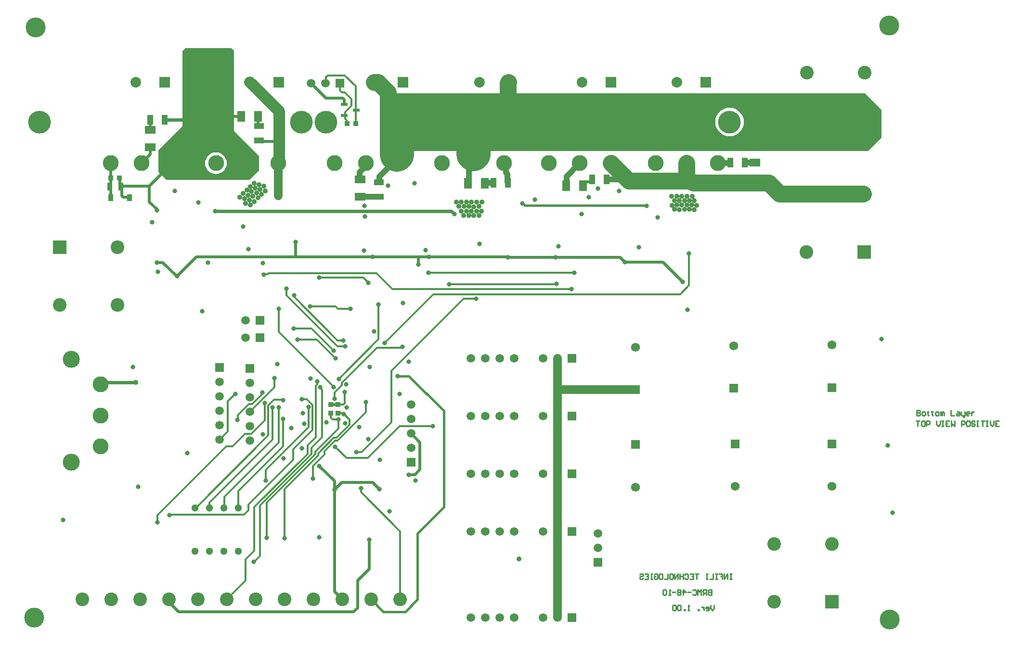
<source format=gbl>
G04*
G04 #@! TF.GenerationSoftware,Altium Limited,Altium Designer,20.0.13 (296)*
G04*
G04 Layer_Physical_Order=4*
G04 Layer_Color=16711680*
%FSLAX25Y25*%
%MOIN*%
G70*
G01*
G75*
%ADD13C,0.01000*%
%ADD16C,0.01181*%
%ADD97R,0.03740X0.05709*%
%ADD100R,0.03583X0.04803*%
%ADD102R,0.07087X0.04134*%
%ADD103R,0.04134X0.07087*%
%ADD104R,0.03347X0.03347*%
%ADD113R,0.04921X0.02362*%
%ADD121R,0.03347X0.03347*%
%ADD124C,0.02362*%
%ADD125C,0.01968*%
%ADD126C,0.01575*%
%ADD127C,0.07874*%
%ADD128C,0.05906*%
%ADD129C,0.11811*%
%ADD130C,0.23622*%
%ADD131R,0.07323X0.07323*%
%ADD132C,0.07323*%
%ADD133R,0.06201X0.06201*%
%ADD134C,0.06201*%
%ADD135R,0.09449X0.09449*%
%ADD136C,0.09449*%
%ADD137C,0.10984*%
%ADD138R,0.05906X0.05906*%
%ADD139C,0.05906*%
%ADD140R,0.05906X0.05906*%
%ADD141C,0.11811*%
%ADD142C,0.05118*%
%ADD143C,0.05937*%
%ADD144R,0.05937X0.05937*%
%ADD145C,0.13780*%
%ADD146C,0.15748*%
%ADD147C,0.03543*%
%ADD148C,0.03150*%
%ADD150R,0.07717X0.05591*%
%ADD151R,0.05591X0.07717*%
%ADD152C,0.03937*%
%ADD153C,0.01378*%
G36*
X146139Y405707D02*
X148138Y403708D01*
X148138Y348098D01*
X165385Y330852D01*
X165385Y320975D01*
X158762Y314352D01*
X101106Y314352D01*
X95746Y319711D01*
Y332236D01*
X95827D01*
Y334936D01*
X112494Y351604D01*
X112494Y403558D01*
X114643Y405707D01*
X146139Y405707D01*
D02*
G37*
G36*
X596206Y362848D02*
Y343247D01*
X587021Y334063D01*
X252015Y334049D01*
X248994Y337070D01*
X248994Y369971D01*
X253296Y374273D01*
X584781D01*
X596206Y362848D01*
D02*
G37*
%LPC*%
G36*
X135508Y333284D02*
X134045Y333140D01*
X132639Y332713D01*
X131343Y332021D01*
X130207Y331088D01*
X129275Y329952D01*
X128582Y328656D01*
X128155Y327250D01*
X128011Y325787D01*
X128155Y324325D01*
X128582Y322918D01*
X129275Y321622D01*
X130207Y320486D01*
X131343Y319554D01*
X132639Y318861D01*
X134045Y318435D01*
X135508Y318291D01*
X136970Y318435D01*
X138377Y318861D01*
X139673Y319554D01*
X140809Y320486D01*
X141741Y321622D01*
X142434Y322918D01*
X142861Y324325D01*
X143005Y325787D01*
X142861Y327250D01*
X142434Y328656D01*
X141741Y329952D01*
X140809Y331088D01*
X139673Y332021D01*
X138377Y332713D01*
X136970Y333140D01*
X135508Y333284D01*
D02*
G37*
G36*
X491131Y364261D02*
X489202Y364071D01*
X487347Y363508D01*
X485637Y362594D01*
X484138Y361364D01*
X482908Y359865D01*
X481994Y358155D01*
X481431Y356300D01*
X481241Y354371D01*
X481431Y352441D01*
X481994Y350586D01*
X482908Y348876D01*
X484138Y347377D01*
X485637Y346147D01*
X487347Y345233D01*
X489202Y344671D01*
X491131Y344480D01*
X493061Y344671D01*
X494916Y345233D01*
X496626Y346147D01*
X498125Y347377D01*
X499355Y348876D01*
X500269Y350586D01*
X500832Y352441D01*
X501022Y354371D01*
X500832Y356300D01*
X500269Y358155D01*
X499355Y359865D01*
X498125Y361364D01*
X496626Y362594D01*
X494916Y363508D01*
X493061Y364071D01*
X491131Y364261D01*
D02*
G37*
%LPD*%
D13*
X620781Y154560D02*
Y151017D01*
X622552D01*
X623142Y151608D01*
Y152198D01*
X622552Y152788D01*
X620781D01*
X622552D01*
X623142Y153379D01*
Y153969D01*
X622552Y154560D01*
X620781D01*
X624913Y151017D02*
X626094D01*
X626684Y151608D01*
Y152788D01*
X626094Y153379D01*
X624913D01*
X624323Y152788D01*
Y151608D01*
X624913Y151017D01*
X628455Y153969D02*
Y153379D01*
X627865D01*
X629046D01*
X628455D01*
Y151608D01*
X629046Y151017D01*
X631407Y153969D02*
Y153379D01*
X630817D01*
X631997D01*
X631407D01*
Y151608D01*
X631997Y151017D01*
X634359D02*
X635540D01*
X636130Y151608D01*
Y152788D01*
X635540Y153379D01*
X634359D01*
X633769Y152788D01*
Y151608D01*
X634359Y151017D01*
X637311D02*
Y153379D01*
X637901D01*
X638491Y152788D01*
Y151017D01*
Y152788D01*
X639082Y153379D01*
X639672Y152788D01*
Y151017D01*
X644395Y154560D02*
Y151017D01*
X646757D01*
X648528Y153379D02*
X649708D01*
X650299Y152788D01*
Y151017D01*
X648528D01*
X647937Y151608D01*
X648528Y152198D01*
X650299D01*
X651479Y153379D02*
Y151608D01*
X652070Y151017D01*
X653841D01*
Y150427D01*
X653251Y149837D01*
X652660D01*
X653841Y151017D02*
Y153379D01*
X656793Y151017D02*
X655612D01*
X655021Y151608D01*
Y152788D01*
X655612Y153379D01*
X656793D01*
X657383Y152788D01*
Y152198D01*
X655021D01*
X658564Y153379D02*
Y151017D01*
Y152198D01*
X659154Y152788D01*
X659744Y153379D01*
X660335D01*
X620312Y147133D02*
X622674D01*
X621493D01*
Y143591D01*
X625626Y147133D02*
X624445D01*
X623854Y146543D01*
Y144182D01*
X624445Y143591D01*
X625626D01*
X626216Y144182D01*
Y146543D01*
X625626Y147133D01*
X627397Y143591D02*
Y147133D01*
X629168D01*
X629758Y146543D01*
Y145362D01*
X629168Y144772D01*
X627397D01*
X634481Y147133D02*
Y144772D01*
X635662Y143591D01*
X636842Y144772D01*
Y147133D01*
X638023D02*
X639204D01*
X638613D01*
Y143591D01*
X638023D01*
X639204D01*
X643336Y147133D02*
X640975D01*
Y143591D01*
X643336D01*
X640975Y145362D02*
X642156D01*
X644517Y147133D02*
Y143591D01*
X645698Y144772D01*
X646878Y143591D01*
Y147133D01*
X651601Y143591D02*
Y147133D01*
X653372D01*
X653963Y146543D01*
Y145362D01*
X653372Y144772D01*
X651601D01*
X656915Y147133D02*
X655734D01*
X655143Y146543D01*
Y144182D01*
X655734Y143591D01*
X656915D01*
X657505Y144182D01*
Y146543D01*
X656915Y147133D01*
X661047Y146543D02*
X660457Y147133D01*
X659276D01*
X658686Y146543D01*
Y145953D01*
X659276Y145362D01*
X660457D01*
X661047Y144772D01*
Y144182D01*
X660457Y143591D01*
X659276D01*
X658686Y144182D01*
X662228Y147133D02*
X663409D01*
X662818D01*
Y143591D01*
X662228D01*
X663409D01*
X665180Y147133D02*
X667541D01*
X666360D01*
Y143591D01*
X668722Y147133D02*
X669903D01*
X669312D01*
Y143591D01*
X668722D01*
X669903D01*
X671674Y147133D02*
Y144772D01*
X672854Y143591D01*
X674035Y144772D01*
Y147133D01*
X677577D02*
X675216D01*
Y143591D01*
X677577D01*
X675216Y145362D02*
X676397D01*
X492605Y41180D02*
X491424D01*
X492015D01*
Y37637D01*
X492605D01*
X491424D01*
X489653D02*
Y41180D01*
X487292Y37637D01*
Y41180D01*
X483749D02*
X486111D01*
Y39409D01*
X484930D01*
X486111D01*
Y37637D01*
X482569Y41180D02*
X481388D01*
X481978D01*
Y37637D01*
X482569D01*
X481388D01*
X479617Y41180D02*
Y37637D01*
X477255D01*
X476075Y41180D02*
X474894D01*
X475485D01*
Y37637D01*
X476075D01*
X474894D01*
X469581Y41180D02*
X467219D01*
X468400D01*
Y37637D01*
X463677Y41180D02*
X466039D01*
Y37637D01*
X463677D01*
X466039Y39409D02*
X464858D01*
X460135Y40589D02*
X460725Y41180D01*
X461906D01*
X462497Y40589D01*
Y38228D01*
X461906Y37637D01*
X460725D01*
X460135Y38228D01*
X458954Y41180D02*
Y37637D01*
Y39409D01*
X456593D01*
Y41180D01*
Y37637D01*
X455412D02*
Y41180D01*
X453051Y37637D01*
Y41180D01*
X450099D02*
X451280D01*
X451870Y40589D01*
Y38228D01*
X451280Y37637D01*
X450099D01*
X449509Y38228D01*
Y40589D01*
X450099Y41180D01*
X448328D02*
Y37637D01*
X445966D01*
X443015Y41180D02*
X444195D01*
X444786Y40589D01*
Y38228D01*
X444195Y37637D01*
X443015D01*
X442424Y38228D01*
Y40589D01*
X443015Y41180D01*
X438882Y40589D02*
X439472Y41180D01*
X440653D01*
X441244Y40589D01*
Y38228D01*
X440653Y37637D01*
X439472D01*
X438882Y38228D01*
Y39409D01*
X440063D01*
X437701Y41180D02*
X436521D01*
X437111D01*
Y37637D01*
X437701D01*
X436521D01*
X432388Y41180D02*
X434750D01*
Y37637D01*
X432388D01*
X434750Y39409D02*
X433569D01*
X428846Y40589D02*
X429436Y41180D01*
X430617D01*
X431208Y40589D01*
Y39999D01*
X430617Y39409D01*
X429436D01*
X428846Y38818D01*
Y38228D01*
X429436Y37637D01*
X430617D01*
X431208Y38228D01*
X480471Y19540D02*
Y17179D01*
X479290Y15998D01*
X478109Y17179D01*
Y19540D01*
X475157Y15998D02*
X476338D01*
X476928Y16588D01*
Y17769D01*
X476338Y18359D01*
X475157D01*
X474567Y17769D01*
Y17179D01*
X476928D01*
X473386Y18359D02*
Y15998D01*
Y17179D01*
X472796Y17769D01*
X472205Y18359D01*
X471615D01*
X469844Y15998D02*
Y16588D01*
X469254D01*
Y15998D01*
X469844D01*
X463350D02*
X462169D01*
X462760D01*
Y19540D01*
X463350Y18950D01*
X460398Y15998D02*
Y16588D01*
X459808D01*
Y15998D01*
X460398D01*
X457446Y18950D02*
X456856Y19540D01*
X455675D01*
X455085Y18950D01*
Y16588D01*
X455675Y15998D01*
X456856D01*
X457446Y16588D01*
Y18950D01*
X453904D02*
X453314Y19540D01*
X452133D01*
X451543Y18950D01*
Y16588D01*
X452133Y15998D01*
X453314D01*
X453904Y16588D01*
Y18950D01*
X478549Y30158D02*
Y26616D01*
X476778D01*
X476188Y27206D01*
Y27796D01*
X476778Y28387D01*
X478549D01*
X476778D01*
X476188Y28977D01*
Y29567D01*
X476778Y30158D01*
X478549D01*
X475007Y26616D02*
Y30158D01*
X473236D01*
X472646Y29567D01*
Y28387D01*
X473236Y27796D01*
X475007D01*
X473826D02*
X472646Y26616D01*
X471465D02*
Y30158D01*
X470284Y28977D01*
X469103Y30158D01*
Y26616D01*
X465561Y29567D02*
X466152Y30158D01*
X467332D01*
X467923Y29567D01*
Y27206D01*
X467332Y26616D01*
X466152D01*
X465561Y27206D01*
X464381Y28387D02*
X462019D01*
X459067Y26616D02*
Y30158D01*
X460838Y28387D01*
X458477D01*
X457296Y29567D02*
X456706Y30158D01*
X455525D01*
X454935Y29567D01*
Y28977D01*
X455525Y28387D01*
X454935Y27796D01*
Y27206D01*
X455525Y26616D01*
X456706D01*
X457296Y27206D01*
Y27796D01*
X456706Y28387D01*
X457296Y28977D01*
Y29567D01*
X456706Y28387D02*
X455525D01*
X453754D02*
X451393D01*
X450212Y26616D02*
X449031D01*
X449621D01*
Y30158D01*
X450212Y29567D01*
X447260D02*
X446670Y30158D01*
X445489D01*
X444899Y29567D01*
Y27206D01*
X445489Y26616D01*
X446670D01*
X447260Y27206D01*
Y29567D01*
D16*
X206850Y246547D02*
X206897Y246500D01*
X237500D01*
X252199Y201199D02*
X286000Y235000D01*
X220104Y224793D02*
X228605D01*
X262921Y23469D02*
X263145Y23692D01*
X236000Y97814D02*
X263145Y70669D01*
Y23692D02*
Y70669D01*
X236000Y97814D02*
Y100500D01*
X141000Y87000D02*
X141232Y87232D01*
Y94448D01*
X178937Y132153D01*
X103177Y82000D02*
X103393Y82216D01*
X154849D02*
X157933Y85300D01*
X103393Y82216D02*
X154849D01*
X157933Y85300D02*
Y89317D01*
X188982Y120366D02*
Y127480D01*
X157933Y89317D02*
X188982Y120366D01*
X225846Y121575D02*
X240575D01*
X218138Y129282D02*
X225846Y121575D01*
X240575D02*
X262500Y143500D01*
X202720Y107337D02*
Y115799D01*
X210810Y123889D01*
X257500Y238500D02*
X381500D01*
X456867Y235000D02*
X462942Y241074D01*
X286000Y235000D02*
X456867D01*
X285493Y143500D02*
X285500Y143493D01*
X262500Y143500D02*
X285493D01*
X219949Y158551D02*
X220000Y158500D01*
X223808D01*
X183000Y100039D02*
X206250Y123290D01*
X170559Y90382D02*
X204282Y124105D01*
X166000Y88607D02*
X201578Y124185D01*
X162000Y87391D02*
X198973Y124364D01*
Y130147D01*
X162000Y57282D02*
Y87391D01*
X201578Y124185D02*
Y128552D01*
X166000Y53500D02*
Y88607D01*
X204282Y124105D02*
Y125782D01*
X170559Y66323D02*
Y90382D01*
X206250Y123290D02*
Y124586D01*
X183000Y66000D02*
Y100039D01*
X204282Y125782D02*
X220301Y141802D01*
Y148301D01*
X206250Y124586D02*
X217086Y135421D01*
X218851D01*
X201578Y128552D02*
X208931Y135905D01*
Y168804D01*
X207600Y170135D02*
X208931Y168804D01*
X207600Y170135D02*
Y170480D01*
X198973Y130147D02*
X204647Y135821D01*
Y171703D01*
X210810Y123889D02*
Y126362D01*
X217901Y133453D01*
X219666D01*
X227894Y144464D02*
Y148078D01*
X170000Y106000D02*
Y113340D01*
X199500Y142840D01*
X220500Y176370D02*
X247899Y203769D01*
Y227773D01*
X156000Y51282D02*
X162000Y57282D01*
X156000Y36547D02*
Y51282D01*
X202453Y140950D02*
Y158223D01*
X188982Y127480D02*
X202453Y140950D01*
X218851Y135421D02*
X227894Y144464D01*
X219666Y133453D02*
X239372Y153159D01*
Y160051D01*
X462942Y241074D02*
Y263254D01*
X218396Y226500D02*
X220104Y224793D01*
X246974Y198000D02*
X264000D01*
X222547Y173574D02*
X246974Y198000D01*
X222547Y171769D02*
Y173574D01*
X224164Y151808D02*
X227894Y148078D01*
X223471Y152500D02*
X224164Y151808D01*
X232682Y125500D02*
X232807Y125625D01*
X236301D01*
X257000Y146324D01*
Y182000D01*
X195000Y162190D02*
X198485D01*
X202453Y158223D01*
X95000Y81757D02*
X142743Y129500D01*
X95000Y77000D02*
Y81757D01*
X171825Y137149D02*
Y157918D01*
X121676Y87000D02*
X171825Y137149D01*
X121000Y87000D02*
X121676D01*
X181221Y161880D02*
X181430Y161671D01*
X175787Y161880D02*
X181221D01*
X178868Y156413D02*
X178937Y156343D01*
X181430Y161671D02*
X181935D01*
X178937Y132153D02*
Y156343D01*
X174778Y134278D02*
Y156413D01*
X205500Y172556D02*
Y174500D01*
X204647Y171703D02*
X205500Y172556D01*
X167680Y165961D02*
Y166887D01*
X160581Y158862D02*
X167680Y165961D01*
X264000Y198000D02*
X264518Y198518D01*
X181890Y129390D02*
Y148490D01*
X131131Y90631D02*
X174778Y134278D01*
X169168Y147449D02*
Y159437D01*
X171825Y157918D02*
X175787Y161880D01*
X159165Y153610D02*
X176060Y170504D01*
Y176950D01*
X159165Y153571D02*
Y153610D01*
X151000Y98500D02*
X181890Y129390D01*
X217787Y167008D02*
X222547Y171769D01*
X217787Y162638D02*
Y167008D01*
X224500Y159192D02*
Y167060D01*
X223808Y158500D02*
X224500Y159192D01*
X199500Y142840D02*
Y157000D01*
X219824Y203000D02*
X223500D01*
X189680Y233144D02*
X219824Y203000D01*
X189680Y233144D02*
Y234230D01*
X184461Y234192D02*
X219653Y199000D01*
X184461Y234192D02*
Y238884D01*
X219653Y199000D02*
X225142D01*
X205174Y203650D02*
X218349Y190475D01*
X218417D01*
X192102Y203650D02*
X205174D01*
X201747Y211252D02*
X217000Y196000D01*
X189398Y211252D02*
X201747D01*
X297000Y242000D02*
X371000D01*
X371250Y242250D01*
X282529Y249971D02*
X383470D01*
X383500Y250000D01*
X282500Y249941D02*
X282529Y249971D01*
X217092Y170489D02*
Y170908D01*
X179000Y209000D02*
X217092Y170908D01*
X220000Y152500D02*
X223471D01*
X215000Y149500D02*
Y152398D01*
Y149500D02*
X216199Y148301D01*
X220301D01*
X168700Y248600D02*
X169001Y248901D01*
X171401D01*
X151000Y87000D02*
Y98500D01*
X131131Y87131D02*
Y90631D01*
X131000Y87000D02*
X131131Y87131D01*
X200500Y226500D02*
X218396D01*
X163972Y51472D02*
X166000Y53500D01*
X161926Y49500D02*
X163898Y51472D01*
X163972D01*
X161500Y49500D02*
X161926D01*
X257000Y182000D02*
X307000Y232000D01*
X315500D01*
X246500Y249500D02*
X257500Y238500D01*
X142921Y23469D02*
X156000Y36547D01*
X179000Y209000D02*
Y225000D01*
X142743Y129500D02*
X147000D01*
X143754Y160754D02*
X149000Y166000D01*
X143754Y139971D02*
Y160754D01*
X137906Y134122D02*
X143754Y139971D01*
X158332Y158862D02*
X160581D01*
X150636Y148176D02*
Y151166D01*
X150478Y148017D02*
X150636Y148176D01*
Y151166D02*
X158332Y158862D01*
X160043Y138324D02*
X169168Y147449D01*
X155824Y138324D02*
X160043D01*
X147000Y129500D02*
X155824Y138324D01*
X237500Y246500D02*
X241000Y243000D01*
X171401Y248901D02*
X172000Y249500D01*
X246500D01*
D97*
X69592Y309425D02*
D03*
X61915D02*
D03*
D100*
X62649Y301968D02*
D03*
X75523D02*
D03*
D102*
X248484Y312542D02*
D03*
Y302503D02*
D03*
X165272Y351547D02*
D03*
Y341507D02*
D03*
D103*
X491665Y326257D02*
D03*
X501705D02*
D03*
X327549Y312354D02*
D03*
X337589D02*
D03*
X100000Y356000D02*
D03*
X89961D02*
D03*
X396046Y314620D02*
D03*
X406085D02*
D03*
D104*
X215000Y152398D02*
D03*
Y158500D02*
D03*
X220000Y158602D02*
D03*
Y152500D02*
D03*
D113*
X224428Y358907D02*
D03*
Y366388D02*
D03*
X232696Y362648D02*
D03*
D121*
X62500Y315500D02*
D03*
X68602D02*
D03*
X232349Y353263D02*
D03*
X226247D02*
D03*
D124*
X135137Y292557D02*
X298476D01*
X135035Y292659D02*
X135137Y292557D01*
X298476D02*
X300597Y290436D01*
X100000Y356000D02*
X113795D01*
X55791Y172496D02*
X57295Y174000D01*
X80000D01*
D125*
X396046Y313945D02*
Y314620D01*
X389606Y310243D02*
Y311051D01*
X391417Y312862D01*
X394963D01*
X396046Y313945D01*
X94500Y257000D02*
X98712D01*
X108248Y247464D02*
X108556D01*
X98712Y257000D02*
X108248Y247464D01*
X122092Y261000D02*
X190500D01*
X108556Y247464D02*
X122092Y261000D01*
X68602Y315500D02*
X69097Y315005D01*
Y309920D02*
X69592Y309425D01*
X69097Y309920D02*
Y315005D01*
X164690Y352128D02*
Y358362D01*
X94592Y293172D02*
Y293804D01*
X89407Y298989D02*
X94592Y293804D01*
X89407Y298989D02*
Y310000D01*
X146046Y358128D02*
X154782D01*
X418602Y257102D02*
X445113D01*
X458541Y243674D01*
X415205Y260500D02*
X418602Y257102D01*
X273248Y110000D02*
X276645Y113396D01*
Y132355D01*
X269000Y110000D02*
X273248D01*
X270500Y138500D02*
X276645Y132355D01*
X224428Y366388D02*
Y369756D01*
X223266Y370918D02*
X224428Y369756D01*
X211705Y370918D02*
X223266D01*
X201362Y381261D02*
X211705Y370918D01*
X224428Y366388D02*
X224544Y366504D01*
X201362Y381261D02*
X202056Y381956D01*
X207032Y115846D02*
X217500Y105378D01*
Y99500D02*
Y105378D01*
Y99500D02*
X222500Y104500D01*
X70177Y303367D02*
Y310000D01*
X105194Y325787D02*
X105500D01*
X70177Y310000D02*
X89407D01*
X105194Y325787D01*
X71330Y302214D02*
X75310D01*
X70177Y303367D02*
X71330Y302214D01*
X62618Y302929D02*
X62737Y302811D01*
X62618Y302929D02*
Y309882D01*
X62500Y310000D02*
X62618Y309882D01*
X370500Y260500D02*
X415205D01*
X337500D02*
X370500D01*
X337180D02*
X337500D01*
X190787Y261287D02*
Y271213D01*
X190500Y261000D02*
X190787Y261287D01*
X215000Y158500D02*
X215051Y158551D01*
X219949D01*
X244102Y104500D02*
X248602Y100000D01*
X222500Y104500D02*
X244102D01*
X217500Y28890D02*
Y99500D01*
X102921Y21444D02*
X109607Y14758D01*
X230758D01*
X233500Y17500D01*
X217500Y28890D02*
X222921Y23469D01*
X102921Y21444D02*
Y23469D01*
X233500Y36643D02*
X241500Y44644D01*
Y65000D01*
X190500Y261000D02*
X244000D01*
X233500Y17500D02*
Y36643D01*
X283000Y261000D02*
X336680D01*
X275500D02*
X283000D01*
X244000D02*
X275500D01*
Y255500D02*
Y261000D01*
X364626Y324413D02*
X366000Y325787D01*
X217661Y325661D02*
X218000Y325323D01*
X90000Y331783D02*
Y337000D01*
X84004Y325787D02*
X90000Y331783D01*
X89961Y348772D02*
Y356000D01*
Y348772D02*
X90000Y348732D01*
X166458Y341000D02*
X179283D01*
X135508Y325787D02*
X137000Y327279D01*
X62500Y315500D02*
Y325780D01*
Y310000D02*
Y315500D01*
Y325780D02*
X62508Y325787D01*
D126*
X275000Y23376D02*
Y69197D01*
X251390Y15000D02*
X266624D01*
X275000Y23376D01*
X261228Y178194D02*
X261395Y178361D01*
X293189Y87386D02*
Y154092D01*
X261395Y178361D02*
X268920D01*
X293189Y154092D01*
X433245Y296634D02*
X433516Y296362D01*
X347844Y298000D02*
X349210Y296634D01*
X347500Y298000D02*
X347844D01*
X349210Y296634D02*
X433245D01*
X584549Y388514D02*
X584618Y388583D01*
X275000Y69197D02*
X293189Y87386D01*
X242921Y23469D02*
X251390Y15000D01*
D127*
X179283Y341000D02*
Y361717D01*
Y326571D02*
Y341000D01*
X159000Y382000D02*
X179283Y361717D01*
D128*
X178692Y303086D02*
Y306627D01*
Y317132D02*
Y325596D01*
Y310139D02*
Y313579D01*
Y317132D01*
Y306627D02*
Y310139D01*
X178500Y325787D02*
X179283Y326571D01*
X178500Y325787D02*
X178692Y325596D01*
X372713Y168787D02*
X426000D01*
X157004Y325787D02*
Y325787D01*
X455000Y382000D02*
X455271Y382271D01*
X372000Y11500D02*
Y70500D01*
Y150500D02*
Y169500D01*
Y110500D02*
Y150500D01*
Y70500D02*
Y110500D01*
Y169500D02*
Y190500D01*
X312524Y326759D02*
X313496Y325787D01*
X84004D02*
Y327162D01*
X461390Y325894D02*
X461496Y325787D01*
D129*
X337592Y381314D02*
X338012Y381734D01*
X337592Y371082D02*
Y380148D01*
X245000Y381900D02*
X247784D01*
X254702Y364905D02*
Y374981D01*
X247784Y381900D02*
X254702Y374981D01*
X508504Y312108D02*
X518326D01*
X544143Y304614D02*
X567227D01*
X583604D01*
X496698Y312108D02*
X508504D01*
X466038D02*
X496698D01*
X461496Y316267D02*
X464160Y313602D01*
X461496Y316267D02*
Y325787D01*
X421177Y313602D02*
X464160D01*
X417835Y316945D02*
X421177Y313602D01*
X525819Y304614D02*
X544143D01*
X408992Y325787D02*
X417835Y316945D01*
X518326Y312108D02*
X525819Y304614D01*
D130*
X260677Y331954D02*
Y336264D01*
X313520Y332083D02*
Y336394D01*
D131*
X474790Y381756D02*
D03*
X408941Y381712D02*
D03*
X338012Y381734D02*
D03*
X100000Y381800D02*
D03*
X265000Y381900D02*
D03*
X179000Y381800D02*
D03*
D132*
X454790Y381756D02*
D03*
X388941Y381712D02*
D03*
X318012Y381734D02*
D03*
X80000Y381800D02*
D03*
X245000Y381900D02*
D03*
X159000Y381800D02*
D03*
D133*
X562000Y131287D02*
D03*
X562067Y170279D02*
D03*
X494000Y169787D02*
D03*
X426000Y130787D02*
D03*
X495000Y131287D02*
D03*
X426000Y168787D02*
D03*
D134*
X562000Y101760D02*
D03*
X562067Y199807D02*
D03*
X494000Y199315D02*
D03*
X426000Y101260D02*
D03*
X495000Y101760D02*
D03*
X426000Y198315D02*
D03*
D135*
X584416Y264357D02*
D03*
X561915Y22008D02*
D03*
X584618Y348583D02*
D03*
X27433Y267587D02*
D03*
D136*
X544416Y264357D02*
D03*
X584416Y304357D02*
D03*
X544416D02*
D03*
X262921Y23469D02*
D03*
X242921D02*
D03*
X222921D02*
D03*
X202921D02*
D03*
X182921D02*
D03*
X162921D02*
D03*
X142921D02*
D03*
X122921D02*
D03*
X102921D02*
D03*
X82921D02*
D03*
X62921D02*
D03*
X42921D02*
D03*
X521915Y22008D02*
D03*
X561915Y62008D02*
D03*
X521915D02*
D03*
X544618Y348583D02*
D03*
X584618Y388583D02*
D03*
X544618D02*
D03*
X67433Y267587D02*
D03*
X27433Y227587D02*
D03*
X67433D02*
D03*
D137*
X292000Y325787D02*
D03*
X313496D02*
D03*
X334992D02*
D03*
X55791Y129504D02*
D03*
Y151000D02*
D03*
Y172496D02*
D03*
X178500Y325787D02*
D03*
X157004D02*
D03*
X135508D02*
D03*
X62508Y325787D02*
D03*
X84004D02*
D03*
X105500D02*
D03*
X440000D02*
D03*
X461496D02*
D03*
X482992D02*
D03*
X260692Y325800D02*
D03*
X239196D02*
D03*
X217700D02*
D03*
X366000Y325787D02*
D03*
X387496D02*
D03*
X408992D02*
D03*
D138*
X221362Y381261D02*
D03*
X166000Y205000D02*
D03*
Y217000D02*
D03*
D139*
X211362Y381261D02*
D03*
X201362D02*
D03*
X156000Y205000D02*
D03*
X270500Y128500D02*
D03*
Y138500D02*
D03*
Y148500D02*
D03*
Y158500D02*
D03*
X137906Y134122D02*
D03*
Y144122D02*
D03*
Y154122D02*
D03*
Y164122D02*
D03*
Y174122D02*
D03*
X399981Y69307D02*
D03*
Y59307D02*
D03*
X159165Y173571D02*
D03*
Y163571D02*
D03*
Y153571D02*
D03*
Y143571D02*
D03*
Y133571D02*
D03*
X156000Y217000D02*
D03*
D140*
X270500Y118500D02*
D03*
X137906Y184122D02*
D03*
X399981Y49307D02*
D03*
X159165Y183571D02*
D03*
D141*
X35385Y118462D02*
D03*
Y189722D02*
D03*
D142*
X151000Y57000D02*
D03*
X141000D02*
D03*
X131000D02*
D03*
X121000D02*
D03*
Y87000D02*
D03*
X131000D02*
D03*
X141000D02*
D03*
X151000D02*
D03*
D143*
X311915Y10810D02*
D03*
X321915D02*
D03*
X331915D02*
D03*
X341915D02*
D03*
X361915D02*
D03*
X371915D02*
D03*
X312000Y110500D02*
D03*
X322000D02*
D03*
X332000D02*
D03*
X342000D02*
D03*
X362000D02*
D03*
X372000D02*
D03*
X312000Y150500D02*
D03*
X322000D02*
D03*
X332000D02*
D03*
X342000D02*
D03*
X362000D02*
D03*
X372000D02*
D03*
Y190500D02*
D03*
X362000D02*
D03*
X342000D02*
D03*
X332000D02*
D03*
X322000D02*
D03*
X312000D02*
D03*
X372000Y70500D02*
D03*
X362000D02*
D03*
X342000D02*
D03*
X332000D02*
D03*
X322000D02*
D03*
X312000D02*
D03*
D144*
X381915Y10810D02*
D03*
X382000Y110500D02*
D03*
Y150500D02*
D03*
Y190500D02*
D03*
Y70500D02*
D03*
D145*
X9771Y10901D02*
D03*
X602040Y9408D02*
D03*
X601505Y421266D02*
D03*
X10823Y419715D02*
D03*
D146*
X211500Y354287D02*
D03*
X13382Y354302D02*
D03*
X194500Y354287D02*
D03*
X491131Y354371D02*
D03*
D147*
X164528Y301723D02*
D03*
X163523Y305066D02*
D03*
X154321Y304741D02*
D03*
X169677Y306491D02*
D03*
X161946Y299299D02*
D03*
X168540Y309826D02*
D03*
X165961Y307460D02*
D03*
X165233Y310979D02*
D03*
X161137Y302717D02*
D03*
X158619Y300239D02*
D03*
X156152Y297751D02*
D03*
X162664Y308602D02*
D03*
X160055Y306115D02*
D03*
X155171Y301099D02*
D03*
X157648Y303627D02*
D03*
X161936Y311970D02*
D03*
X159378Y309593D02*
D03*
X156900Y307116D02*
D03*
X151915Y302181D02*
D03*
X166983Y304183D02*
D03*
X159479Y296871D02*
D03*
X465183Y302812D02*
D03*
X461730Y302905D02*
D03*
X466770Y299750D02*
D03*
X463336Y299900D02*
D03*
X306995Y289486D02*
D03*
X178576Y313579D02*
D03*
X178720Y310139D02*
D03*
X178648Y306627D02*
D03*
X178692Y303086D02*
D03*
X178603Y317132D02*
D03*
X466733Y293647D02*
D03*
X310507Y289631D02*
D03*
X314131Y289574D02*
D03*
X317736Y289516D02*
D03*
X319347Y292680D02*
D03*
X312482Y292546D02*
D03*
X316068Y292661D02*
D03*
X308993D02*
D03*
X305484D02*
D03*
X303719Y295786D02*
D03*
X317698Y295824D02*
D03*
X314112Y295671D02*
D03*
X310699Y295728D02*
D03*
X307190D02*
D03*
X319558Y298797D02*
D03*
X315857Y298739D02*
D03*
X312367Y298854D02*
D03*
X308858Y298758D02*
D03*
X305388Y298854D02*
D03*
X301956Y298777D02*
D03*
X452957Y293740D02*
D03*
X459901Y293759D02*
D03*
X463298Y293796D02*
D03*
X456392Y293684D02*
D03*
X454674Y296782D02*
D03*
X468450Y296689D02*
D03*
X461618Y296801D02*
D03*
X465016Y296838D02*
D03*
X458109Y296726D02*
D03*
X451202Y296689D02*
D03*
X456429Y299788D02*
D03*
X458165Y302812D02*
D03*
X454656Y302942D02*
D03*
X494926Y312210D02*
D03*
X496698Y309218D02*
D03*
X572325Y304904D02*
D03*
X501932Y312259D02*
D03*
X498477Y312236D02*
D03*
X464308Y312334D02*
D03*
X466059Y309296D02*
D03*
X466038Y315480D02*
D03*
X469560Y315456D02*
D03*
X561995Y304882D02*
D03*
X565377Y304917D02*
D03*
X563661Y301867D02*
D03*
X567149Y301925D02*
D03*
X563680Y308004D02*
D03*
X567227Y308098D02*
D03*
X570707Y307946D02*
D03*
X568900Y304870D02*
D03*
X570672Y301914D02*
D03*
X496776Y315391D02*
D03*
X500256Y315239D02*
D03*
X500221Y309206D02*
D03*
X469425Y309379D02*
D03*
X471141Y312429D02*
D03*
X467760Y312394D02*
D03*
X451100Y302800D02*
D03*
X128362Y395648D02*
D03*
X117772D02*
D03*
X121302D02*
D03*
X124832D02*
D03*
X114242D02*
D03*
X138952D02*
D03*
X142482D02*
D03*
X146012D02*
D03*
X131892D02*
D03*
X135422D02*
D03*
X135480Y392151D02*
D03*
X131950D02*
D03*
X146069D02*
D03*
X142540D02*
D03*
X139009D02*
D03*
X114300D02*
D03*
X124890D02*
D03*
X121360D02*
D03*
X117830D02*
D03*
X128420D02*
D03*
X128319Y399149D02*
D03*
X117729D02*
D03*
X121259D02*
D03*
X124789D02*
D03*
X114199D02*
D03*
X138909D02*
D03*
X142439D02*
D03*
X145969D02*
D03*
X131849D02*
D03*
X135379D02*
D03*
X135321Y402647D02*
D03*
X131791D02*
D03*
X145911D02*
D03*
X142381D02*
D03*
X138851D02*
D03*
X114142D02*
D03*
X124732D02*
D03*
X121202D02*
D03*
X117672D02*
D03*
X128261D02*
D03*
X459938Y299863D02*
D03*
X452994Y299844D02*
D03*
X345177Y51500D02*
D03*
X80000Y174000D02*
D03*
D148*
X603946Y83388D02*
D03*
X261228Y178194D02*
D03*
X234700Y143000D02*
D03*
X108526Y247464D02*
D03*
X168100Y256700D02*
D03*
X91240Y284822D02*
D03*
X388615Y290586D02*
D03*
X441199Y288053D02*
D03*
X94592Y293172D02*
D03*
X238700Y289000D02*
D03*
X238319Y296100D02*
D03*
X154199Y281811D02*
D03*
X135035Y292659D02*
D03*
X244947Y209286D02*
D03*
X252199Y201199D02*
D03*
X228605Y224793D02*
D03*
X206850Y246547D02*
D03*
X123363Y298419D02*
D03*
X414749Y306565D02*
D03*
X272903Y312032D02*
D03*
X255641Y84534D02*
D03*
X254748Y310209D02*
D03*
X300597Y290436D02*
D03*
X356399Y300625D02*
D03*
X202720Y107337D02*
D03*
X393742Y302334D02*
D03*
X596477Y203928D02*
D03*
X600780Y130171D02*
D03*
X268925Y188362D02*
D03*
X347500Y298000D02*
D03*
X158000Y266300D02*
D03*
X381500Y238500D02*
D03*
X399939Y308064D02*
D03*
X273666Y105731D02*
D03*
X269000Y110000D02*
D03*
X262694Y165861D02*
D03*
X81708Y101697D02*
D03*
X207032Y115846D02*
D03*
X249070Y120070D02*
D03*
X182182Y121346D02*
D03*
X236000Y100500D02*
D03*
X170000Y106000D02*
D03*
X106985Y306601D02*
D03*
X264977Y228755D02*
D03*
X247899Y227773D02*
D03*
X238116Y265182D02*
D03*
X433516Y296362D02*
D03*
X211883Y146256D02*
D03*
X218138Y129282D02*
D03*
X462131Y224134D02*
D03*
X458541Y243674D02*
D03*
X462942Y263254D02*
D03*
X125940Y223308D02*
D03*
X95195Y250478D02*
D03*
X195039Y128189D02*
D03*
X177874Y186383D02*
D03*
X225905Y156378D02*
D03*
X225748Y172598D02*
D03*
X224164Y151808D02*
D03*
X232682Y125500D02*
D03*
X241000Y134500D02*
D03*
X95000Y77000D02*
D03*
X168008Y138000D02*
D03*
X174778Y156413D02*
D03*
X181935Y161671D02*
D03*
X178868Y156413D02*
D03*
X29823Y78500D02*
D03*
X372800Y268300D02*
D03*
X207600Y170480D02*
D03*
X167680Y166887D02*
D03*
X285500Y143493D02*
D03*
X224941Y145687D02*
D03*
X280511Y265511D02*
D03*
X264518Y198518D02*
D03*
X181890Y148490D02*
D03*
X187820Y142360D02*
D03*
X169168Y159437D02*
D03*
X176060Y176950D02*
D03*
X201000Y176500D02*
D03*
X217787Y162638D02*
D03*
X224500Y167060D02*
D03*
X220500Y176370D02*
D03*
X196547Y145269D02*
D03*
X195690Y152390D02*
D03*
X184461Y238884D02*
D03*
X189680Y234230D02*
D03*
X218417Y190475D02*
D03*
X192102Y203650D02*
D03*
X189398Y211252D02*
D03*
X370500Y260500D02*
D03*
X371250Y242250D02*
D03*
X383500Y250000D02*
D03*
X190787Y271213D02*
D03*
X217092Y170489D02*
D03*
X239372Y160051D02*
D03*
X242142Y184500D02*
D03*
X168700Y248600D02*
D03*
X220301Y148301D02*
D03*
X199500Y157000D02*
D03*
X195000Y162190D02*
D03*
X94500Y257000D02*
D03*
X200500Y226500D02*
D03*
X205500Y174500D02*
D03*
X115500Y125000D02*
D03*
X217500Y99500D02*
D03*
X418602Y257102D02*
D03*
X207000Y66500D02*
D03*
X130000Y257000D02*
D03*
X217000Y196000D02*
D03*
X225142Y199000D02*
D03*
X223500Y203000D02*
D03*
X315500Y232000D02*
D03*
X297000Y242000D02*
D03*
X161500Y49500D02*
D03*
X170559Y66323D02*
D03*
X103177Y82000D02*
D03*
X150478Y148017D02*
D03*
X241000Y243000D02*
D03*
X428360Y267500D02*
D03*
X248602Y100000D02*
D03*
X241500Y65000D02*
D03*
X78000Y184500D02*
D03*
X318000Y270000D02*
D03*
X275500Y255500D02*
D03*
X283000Y261000D02*
D03*
X282500Y249941D02*
D03*
X337500Y260500D02*
D03*
X244000Y261000D02*
D03*
X149000Y166000D02*
D03*
X183000Y66000D02*
D03*
X179000Y225000D02*
D03*
D150*
X235429Y302701D02*
D03*
Y314433D02*
D03*
X508504Y326193D02*
D03*
Y314461D02*
D03*
X90000Y337000D02*
D03*
Y348732D02*
D03*
D151*
X309997Y311772D02*
D03*
X321729D02*
D03*
X164690Y358362D02*
D03*
X152958D02*
D03*
X389606Y310243D02*
D03*
X377873D02*
D03*
D152*
X377437Y311626D02*
X378194D01*
X377666Y311699D02*
X378173Y312205D01*
Y316464D01*
X387496Y325787D01*
X334992D02*
X336341Y324439D01*
Y319349D02*
Y324439D01*
Y319349D02*
X337490Y318199D01*
Y312453D02*
X337589Y312354D01*
X337490Y312453D02*
Y318199D01*
X248785Y316404D02*
X260677Y328296D01*
Y331954D01*
X501705Y326257D02*
X501737Y326225D01*
X508472D01*
X508504Y326193D01*
X491665Y326120D02*
Y326257D01*
X491567Y326022D02*
X491665Y326120D01*
X483227Y326022D02*
X491567D01*
X482992Y325787D02*
X483227Y326022D01*
X406085Y314620D02*
X415510D01*
X417835Y316945D01*
X337589Y312354D02*
X337687Y312453D01*
X321729Y311772D02*
X322020Y312063D01*
X327451D01*
X327549Y312161D01*
Y312354D01*
X309997Y311772D02*
X310823Y312599D01*
Y321208D01*
X313496Y323880D01*
Y325787D01*
X248484Y312542D02*
X248686D01*
X248785Y312641D01*
Y316404D01*
X246810Y302701D02*
X247008Y302503D01*
X235429Y302701D02*
X246810D01*
X247008Y302503D02*
X248484D01*
X239196Y323903D02*
Y325800D01*
X234978Y319685D02*
X239196Y323903D01*
X234978Y314883D02*
X235429Y314433D01*
X234978Y314883D02*
Y319685D01*
X238361Y324965D02*
X239196Y325800D01*
X372000Y169500D02*
X372713Y168787D01*
X425287Y169500D02*
X426000Y168787D01*
D153*
X232349Y362301D02*
X232696Y362648D01*
X232349Y353263D02*
Y362301D01*
Y362994D02*
X232696Y362648D01*
X232349Y362994D02*
Y379054D01*
X225933Y353578D02*
X226247Y353263D01*
X225933Y353578D02*
Y355694D01*
X225099Y356527D02*
X225933Y355694D01*
X225099Y356527D02*
Y358415D01*
X224428Y358907D02*
X224607D01*
X225099Y358415D01*
X222687Y374977D02*
X224660D01*
X221362Y376302D02*
Y381261D01*
Y376302D02*
X222687Y374977D01*
X211805Y381705D02*
Y385525D01*
X212946Y386666D01*
X224737D01*
X211362Y381261D02*
X211805Y381705D01*
X224737Y386666D02*
X232349Y379054D01*
X225118Y361348D02*
X229382Y365612D01*
X225118Y359400D02*
Y361348D01*
X224660Y374977D02*
X229382Y370255D01*
Y365612D02*
Y370255D01*
M02*

</source>
